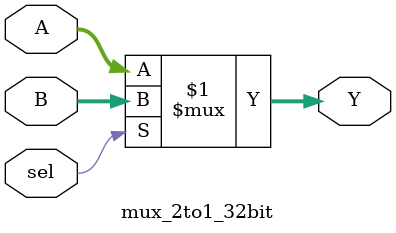
<source format=v>

module mux_2to1_32bit (
    input  wire [31:0] A,   // Input 0
    input  wire [31:0] B,   // Input 1
    input  wire        sel, // Sinyal selektor
    output wire [31:0] Y    // Output
);

    // Logika kombinasional:
    // Jika sel = 1, pilih B. Jika sel = 0, pilih A.
    assign Y = sel ? B : A;

endmodule
</source>
